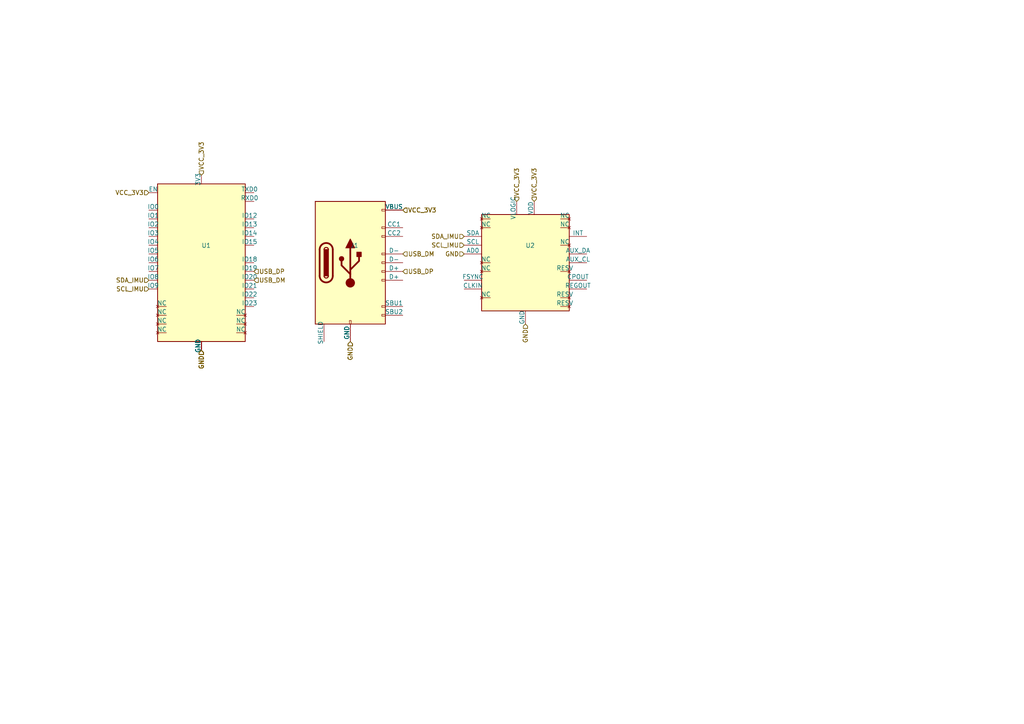
<source format=kicad_sch>
(kicad_sch (version 20250114) (generator "circuit_synth") (generator_version "9.0")
  (paper "A4")
  (lib_symbols
    (symbol "Connector:USB_C_Receptacle_USB2.0_16P" (pin_numbers hide) (pin_names (offset 0))
      (property "Reference" "J" (at 0 0 0))
      (property "Value" "USB_C_Receptacle_USB2.0_16P" (at 0 0 0))
      (symbol "USB_C_Receptacle_USB2.0_16P_0_1"
        (rectangle (start -0.254 -17.78) (end 0.254 -16.764))
        (rectangle (start 10.16 15.494) (end 9.144 14.986))
        (rectangle (start 10.16 10.414) (end 9.144 9.906))
        (rectangle (start 10.16 7.874) (end 9.144 7.366))
        (rectangle (start 10.16 2.794) (end 9.144 2.286))
        (rectangle (start 10.16 0.254) (end 9.144 -0.254))
        (rectangle (start 10.16 -2.286) (end 9.144 -2.794))
        (rectangle (start 10.16 -4.826) (end 9.144 -5.334))
        (rectangle (start 10.16 -12.446) (end 9.144 -12.954))
        (rectangle (start 10.16 -14.986) (end 9.144 -15.494))
        (rectangle (start -10.16 17.78) (end 10.16 -17.78) (stroke (width 0.254)) (fill (type background)))
        (polyline (pts (xy -8.89 -3.81) (xy -8.89 3.81)) (stroke (width 0.508)))
        (rectangle (start -7.62 -3.81) (end -6.35 3.81) (stroke (width 0.254)) (fill (type outline)))
        (arc (start -7.62 3.81) (mid -6.985 4.4423) (end -6.35 3.81) (stroke (width 0.254)))
        (arc (start -7.62 3.81) (mid -6.985 4.4423) (end -6.35 3.81) (stroke (width 0.254)))
        (arc (start -8.89 3.81) (mid -6.985 5.7067) (end -5.08 3.81) (stroke (width 0.508)))
        (arc (start -5.08 -3.81) (mid -6.985 -5.7067) (end -8.89 -3.81) (stroke (width 0.508)))
        (arc (start -6.35 -3.81) (mid -6.985 -4.4423) (end -7.62 -3.81) (stroke (width 0.254)))
        (arc (start -6.35 -3.81) (mid -6.985 -4.4423) (end -7.62 -3.81) (stroke (width 0.254)))
        (polyline (pts (xy -5.08 3.81) (xy -5.08 -3.81)) (stroke (width 0.508)))
        (circle (center -2.54 1.143) (radius 0.635) (stroke (width 0.254)) (fill (type outline)))
        (polyline (pts (xy -1.27 4.318) (xy 0 6.858) (xy 1.27 4.318) (xy -1.27 4.318)) (stroke (width 0.254)) (fill (type outline)))
        (polyline (pts (xy 0 -2.032) (xy 2.54 0.508) (xy 2.54 1.778)) (stroke (width 0.508)))
        (polyline (pts (xy 0 -3.302) (xy -2.54 -0.762) (xy -2.54 0.508)) (stroke (width 0.508)))
        (polyline (pts (xy 0 -5.842) (xy 0 4.318)) (stroke (width 0.508)))
        (circle (center 0 -5.842) (radius 1.27) (fill (type outline)))
        (rectangle (start 1.905 1.778) (end 3.175 3.048) (stroke (width 0.254)) (fill (type outline)))
      )
      (symbol "USB_C_Receptacle_USB2.0_16P_1_1"
        (pin passive line (at -7.62 -22.86 90) (length 5.08) (name "SHIELD") (number "S1"))
        (pin passive line (at 0 -22.86 90) (length 5.08) (name "GND") (number "A1"))
        (pin passive line (at 0 -22.86 90) (length 5.08) (name "GND") (number "A12"))
        (pin passive line (at 0 -22.86 90) (length 5.08) (name "GND") (number "B1"))
        (pin passive line (at 0 -22.86 90) (length 5.08) (name "GND") (number "B12"))
        (pin passive line (at 15.24 15.24 180) (length 5.08) (name "VBUS") (number "A4"))
        (pin passive line (at 15.24 15.24 180) (length 5.08) (name "VBUS") (number "A9"))
        (pin passive line (at 15.24 15.24 180) (length 5.08) (name "VBUS") (number "B4"))
        (pin passive line (at 15.24 15.24 180) (length 5.08) (name "VBUS") (number "B9"))
        (pin bidirectional line (at 15.24 10.16 180) (length 5.08) (name "CC1") (number "A5"))
        (pin bidirectional line (at 15.24 7.62 180) (length 5.08) (name "CC2") (number "B5"))
        (pin bidirectional line (at 15.24 2.54 180) (length 5.08) (name "D-") (number "A7"))
        (pin bidirectional line (at 15.24 0 180) (length 5.08) (name "D-") (number "B7"))
        (pin bidirectional line (at 15.24 -2.54 180) (length 5.08) (name "D+") (number "A6"))
        (pin bidirectional line (at 15.24 -5.08 180) (length 5.08) (name "D+") (number "B6"))
        (pin bidirectional line (at 15.24 -12.7 180) (length 5.08) (name "SBU1") (number "A8"))
        (pin bidirectional line (at 15.24 -15.24 180) (length 5.08) (name "SBU2") (number "B8"))
      )
    )
    (symbol "RF_Module:ESP32-C6-MINI-1" (pin_numbers hide) (pin_names (offset 0))
      (property "Reference" "U" (at 0 0 0))
      (property "Value" "ESP32-C6-MINI-1" (at 0 0 0))
      (symbol "ESP32-C6-MINI-1_0_1"
        (rectangle (start -12.7 22.86) (end 12.7 -22.86) (stroke (width 0.254)) (fill (type background)))
      )
      (symbol "ESP32-C6-MINI-1_1_1"
        (pin input line (at -15.24 20.32 0) (length 2.54) (name "EN") (number "8"))
        (pin bidirectional line (at -15.24 15.24 0) (length 2.54) (name "IO0") (number "12"))
        (pin bidirectional line (at -15.24 12.7 0) (length 2.54) (name "IO1") (number "13"))
        (pin bidirectional line (at -15.24 10.16 0) (length 2.54) (name "IO2") (number "5"))
        (pin bidirectional line (at -15.24 7.62 0) (length 2.54) (name "IO3") (number "6"))
        (pin bidirectional line (at -15.24 5.08 0) (length 2.54) (name "IO4") (number "9"))
        (pin bidirectional line (at -15.24 2.54 0) (length 2.54) (name "IO5") (number "10"))
        (pin bidirectional line (at -15.24 0 0) (length 2.54) (name "IO6") (number "15"))
        (pin bidirectional line (at -15.24 -2.54 0) (length 2.54) (name "IO7") (number "16"))
        (pin bidirectional line (at -15.24 -5.08 0) (length 2.54) (name "IO8") (number "22"))
        (pin bidirectional line (at -15.24 -7.62 0) (length 2.54) (name "IO9") (number "23"))
        (pin no_connect line (at -12.7 -12.7 0) (length 2.54) (name "NC") (number "32"))
        (pin no_connect line (at -12.7 -15.24 0) (length 2.54) (name "NC") (number "33"))
        (pin no_connect line (at -12.7 -17.78 0) (length 2.54) (name "NC") (number "34"))
        (pin no_connect line (at -12.7 -20.32 0) (length 2.54) (name "NC") (number "35"))
        (pin power_in line (at 0 25.4 270) (length 2.54) (name "3V3") (number "3"))
        (pin power_in line (at 0 -25.4 90) (length 2.54) (name "GND") (number "1"))
        (pin passive line (at 0 -25.4 90) (length 2.54) (name "GND") (number "11"))
        (pin passive line (at 0 -25.4 90) (length 2.54) (name "GND") (number "14"))
        (pin passive line (at 0 -25.4 90) (length 2.54) (name "GND") (number "2"))
        (pin passive line (at 0 -25.4 90) (length 2.54) (name "GND") (number "36"))
        (pin passive line (at 0 -25.4 90) (length 2.54) (name "GND") (number "37"))
        (pin passive line (at 0 -25.4 90) (length 2.54) (name "GND") (number "38"))
        (pin passive line (at 0 -25.4 90) (length 2.54) (name "GND") (number "39"))
        (pin passive line (at 0 -25.4 90) (length 2.54) (name "GND") (number "40"))
        (pin passive line (at 0 -25.4 90) (length 2.54) (name "GND") (number "41"))
        (pin passive line (at 0 -25.4 90) (length 2.54) (name "GND") (number "42"))
        (pin passive line (at 0 -25.4 90) (length 2.54) (name "GND") (number "43"))
        (pin passive line (at 0 -25.4 90) (length 2.54) (name "GND") (number "44"))
        (pin passive line (at 0 -25.4 90) (length 2.54) (name "GND") (number "45"))
        (pin passive line (at 0 -25.4 90) (length 2.54) (name "GND") (number "46"))
        (pin passive line (at 0 -25.4 90) (length 2.54) (name "GND") (number "47"))
        (pin passive line (at 0 -25.4 90) (length 2.54) (name "GND") (number "48"))
        (pin passive line (at 0 -25.4 90) (length 2.54) (name "GND") (number "49"))
        (pin passive line (at 0 -25.4 90) (length 2.54) (name "GND") (number "50"))
        (pin passive line (at 0 -25.4 90) (length 2.54) (name "GND") (number "51"))
        (pin passive line (at 0 -25.4 90) (length 2.54) (name "GND") (number "52"))
        (pin passive line (at 0 -25.4 90) (length 2.54) (name "GND") (number "53"))
        (pin no_connect line (at 12.7 -15.24 180) (length 2.54) (name "NC") (number "4"))
        (pin no_connect line (at 12.7 -17.78 180) (length 2.54) (name "NC") (number "7"))
        (pin no_connect line (at 12.7 -20.32 180) (length 2.54) (name "NC") (number "21"))
        (pin bidirectional line (at 15.24 20.32 180) (length 2.54) (name "TXD0") (number "31"))
        (pin bidirectional line (at 15.24 17.78 180) (length 2.54) (name "RXD0") (number "30"))
        (pin bidirectional line (at 15.24 12.7 180) (length 2.54) (name "IO12") (number "17"))
        (pin bidirectional line (at 15.24 10.16 180) (length 2.54) (name "IO13") (number "18"))
        (pin bidirectional line (at 15.24 7.62 180) (length 2.54) (name "IO14") (number "19"))
        (pin bidirectional line (at 15.24 5.08 180) (length 2.54) (name "IO15") (number "20"))
        (pin bidirectional line (at 15.24 0 180) (length 2.54) (name "IO18") (number "24"))
        (pin bidirectional line (at 15.24 -2.54 180) (length 2.54) (name "IO19") (number "25"))
        (pin bidirectional line (at 15.24 -5.08 180) (length 2.54) (name "IO20") (number "26"))
        (pin bidirectional line (at 15.24 -7.62 180) (length 2.54) (name "IO21") (number "27"))
        (pin bidirectional line (at 15.24 -10.16 180) (length 2.54) (name "IO22") (number "28"))
        (pin bidirectional line (at 15.24 -12.7 180) (length 2.54) (name "IO23") (number "29"))
      )
    )
    (symbol "Sensor_Motion:MPU-6050" (pin_numbers hide) (pin_names (offset 0))
      (property "Reference" "U" (at 0 0 0))
      (property "Value" "MPU-6050" (at 0 0 0))
      (symbol "MPU-6050_0_1"
        (rectangle (start -12.7 13.97) (end 12.7 -13.97) (stroke (width 0.254)) (fill (type background)))
      )
      (symbol "MPU-6050_1_1"
        (pin bidirectional line (at -17.78 7.62 0) (length 5.08) (name "SDA") (number "24"))
        (pin input line (at -17.78 5.08 0) (length 5.08) (name "SCL") (number "23"))
        (pin input line (at -17.78 2.54 0) (length 5.08) (name "AD0") (number "9"))
        (pin input line (at -17.78 -5.08 0) (length 5.08) (name "FSYNC") (number "11"))
        (pin input line (at -17.78 -7.62 0) (length 5.08) (name "CLKIN") (number "1"))
        (pin no_connect line (at -12.7 12.7 0) (length 2.54) (name "NC") (number "2"))
        (pin no_connect line (at -12.7 10.16 0) (length 2.54) (name "NC") (number "3"))
        (pin no_connect line (at -12.7 0 0) (length 2.54) (name "NC") (number "4"))
        (pin no_connect line (at -12.7 -2.54 0) (length 2.54) (name "NC") (number "5"))
        (pin no_connect line (at -12.7 -10.16 0) (length 2.54) (name "NC") (number "14"))
        (pin power_in line (at -2.54 17.78 270) (length 3.81) (name "VLOGIC") (number "8"))
        (pin power_in line (at 0 -17.78 90) (length 3.81) (name "GND") (number "18"))
        (pin power_in line (at 2.54 17.78 270) (length 3.81) (name "VDD") (number "13"))
        (pin no_connect line (at 12.7 12.7 180) (length 2.54) (name "NC") (number "15"))
        (pin no_connect line (at 12.7 10.16 180) (length 2.54) (name "NC") (number "16"))
        (pin no_connect line (at 12.7 5.08 180) (length 2.54) (name "NC") (number "17"))
        (pin no_connect line (at 12.7 -2.54 180) (length 2.54) (name "RESV") (number "21"))
        (pin no_connect line (at 12.7 -10.16 180) (length 2.54) (name "RESV") (number "19"))
        (pin no_connect line (at 12.7 -12.7 180) (length 2.54) (name "RESV") (number "22"))
        (pin output line (at 17.78 7.62 180) (length 5.08) (name "INT") (number "12"))
        (pin bidirectional line (at 17.78 2.54 180) (length 5.08) (name "AUX_DA") (number "6"))
        (pin output line (at 17.78 0 180) (length 5.08) (name "AUX_CL") (number "7"))
        (pin passive line (at 17.78 -5.08 180) (length 5.08) (name "CPOUT") (number "20"))
        (pin passive line (at 17.78 -7.62 180) (length 5.08) (name "REGOUT") (number "10"))
      )
    )
  )
  (symbol (lib_id "RF_Module:ESP32-C6-MINI-1") (at 58.42 76.2 0) (unit 1)
    (property "Reference" "U1" (at 58.42 71.2 0) (effects (justify left)))
    (property "Footprint" "RF_Module:ESP32-C6-MINI-1" (effects (hide yes)))
  )
  (symbol (lib_id "Connector:USB_C_Receptacle_USB2.0_16P") (at 101.6 76.2 0) (unit 1)
    (property "Reference" "J1" (at 101.6 71.2 0) (effects (justify left)))
    (property "Footprint" "Connector_USB:USB_C_Receptacle_USB2.0_16P" (effects (hide yes)))
  )
  (symbol (lib_id "Sensor_Motion:MPU-6050") (at 152.4 76.2 0) (unit 1)
    (property "Reference" "U2" (at 152.4 71.2 0) (effects (justify left)))
    (property "Footprint" "Package_LGA:LGA-24_4x4mm_P0.5mm" (effects (hide yes)))
  )
  (hierarchical_label "VCC_3V3" (shape input) (at 43.18 55.88 180))
  (hierarchical_label "VCC_3V3" (shape input) (at 58.42 50.8 90))
  (hierarchical_label "VCC_3V3" (shape input) (at 58.42 50.8 90))
  (hierarchical_label "VCC_3V3" (shape input) (at 43.18 55.88 180))
  (hierarchical_label "VCC_3V3" (shape input) (at 116.84 60.96 0))
  (hierarchical_label "VCC_3V3" (shape input) (at 116.84 60.96 0))
  (hierarchical_label "VCC_3V3" (shape input) (at 116.84 60.96 0))
  (hierarchical_label "VCC_3V3" (shape input) (at 116.84 60.96 0))
  (hierarchical_label "VCC_3V3" (shape input) (at 149.86 58.42 90))
  (hierarchical_label "VCC_3V3" (shape input) (at 154.94 58.42 90))
  (hierarchical_label "VCC_3V3" (shape input) (at 154.94 58.42 90))
  (hierarchical_label "VCC_3V3" (shape input) (at 149.86 58.42 90))
  (hierarchical_label "SDA_IMU" (shape input) (at 43.18 81.28 180))
  (hierarchical_label "SDA_IMU" (shape input) (at 43.18 81.28 180))
  (hierarchical_label "SDA_IMU" (shape input) (at 134.62 68.58 180))
  (hierarchical_label "SDA_IMU" (shape input) (at 134.62 68.58 180))
  (hierarchical_label "SCL_IMU" (shape input) (at 43.18 83.82 180))
  (hierarchical_label "SCL_IMU" (shape input) (at 43.18 83.82 180))
  (hierarchical_label "SCL_IMU" (shape input) (at 134.62 71.12 180))
  (hierarchical_label "SCL_IMU" (shape input) (at 134.62 71.12 180))
  (hierarchical_label "GND" (shape input) (at 58.42 101.6 270))
  (hierarchical_label "GND" (shape input) (at 58.42 101.6 270))
  (hierarchical_label "GND" (shape input) (at 58.42 101.6 270))
  (hierarchical_label "GND" (shape input) (at 58.42 101.6 270))
  (hierarchical_label "GND" (shape input) (at 58.42 101.6 270))
  (hierarchical_label "GND" (shape input) (at 58.42 101.6 270))
  (hierarchical_label "GND" (shape input) (at 58.42 101.6 270))
  (hierarchical_label "GND" (shape input) (at 58.42 101.6 270))
  (hierarchical_label "GND" (shape input) (at 58.42 101.6 270))
  (hierarchical_label "GND" (shape input) (at 58.42 101.6 270))
  (hierarchical_label "GND" (shape input) (at 58.42 101.6 270))
  (hierarchical_label "GND" (shape input) (at 58.42 101.6 270))
  (hierarchical_label "GND" (shape input) (at 58.42 101.6 270))
  (hierarchical_label "GND" (shape input) (at 58.42 101.6 270))
  (hierarchical_label "GND" (shape input) (at 58.42 101.6 270))
  (hierarchical_label "GND" (shape input) (at 58.42 101.6 270))
  (hierarchical_label "GND" (shape input) (at 58.42 101.6 270))
  (hierarchical_label "GND" (shape input) (at 58.42 101.6 270))
  (hierarchical_label "GND" (shape input) (at 58.42 101.6 270))
  (hierarchical_label "GND" (shape input) (at 58.42 101.6 270))
  (hierarchical_label "GND" (shape input) (at 58.42 101.6 270))
  (hierarchical_label "GND" (shape input) (at 58.42 101.6 270))
  (hierarchical_label "GND" (shape input) (at 101.6 99.06 270))
  (hierarchical_label "GND" (shape input) (at 101.6 99.06 270))
  (hierarchical_label "GND" (shape input) (at 101.6 99.06 270))
  (hierarchical_label "GND" (shape input) (at 101.6 99.06 270))
  (hierarchical_label "GND" (shape input) (at 134.62 73.66 180))
  (hierarchical_label "GND" (shape input) (at 152.4 93.98 270))
  (hierarchical_label "GND" (shape input) (at 152.4 93.98 270))
  (hierarchical_label "GND" (shape input) (at 134.62 73.66 180))
  (hierarchical_label "USB_DP" (shape input) (at 73.66 78.74 0))
  (hierarchical_label "USB_DP" (shape input) (at 73.66 78.74 0))
  (hierarchical_label "USB_DP" (shape input) (at 116.84 78.74 0))
  (hierarchical_label "USB_DP" (shape input) (at 116.84 78.74 0))
  (hierarchical_label "USB_DM" (shape input) (at 73.66 81.28 0))
  (hierarchical_label "USB_DM" (shape input) (at 73.66 81.28 0))
  (hierarchical_label "USB_DM" (shape input) (at 116.84 73.66 0))
  (hierarchical_label "USB_DM" (shape input) (at 116.84 73.66 0))
)
</source>
